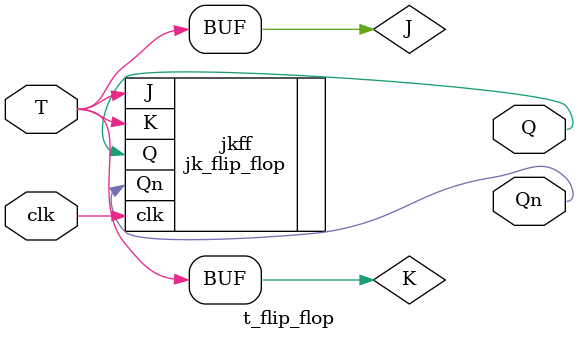
<source format=v>
module t_flip_flop (
    input wire T,
    input wire clk,
    output wire Q,
    output wire Qn
);
    // Internal signals for JK Flip-Flop
    wire J, K;

    // Assign inputs for JK Flip-Flop based on T
    assign J = T;
    assign K = T;

    // Instantiate JK Flip-Flop
    jk_flip_flop jkff (
        .J(J),
        .K(K),
        .clk(clk),
        .Q(Q),
        .Qn(Qn)
    );
endmodule

</source>
